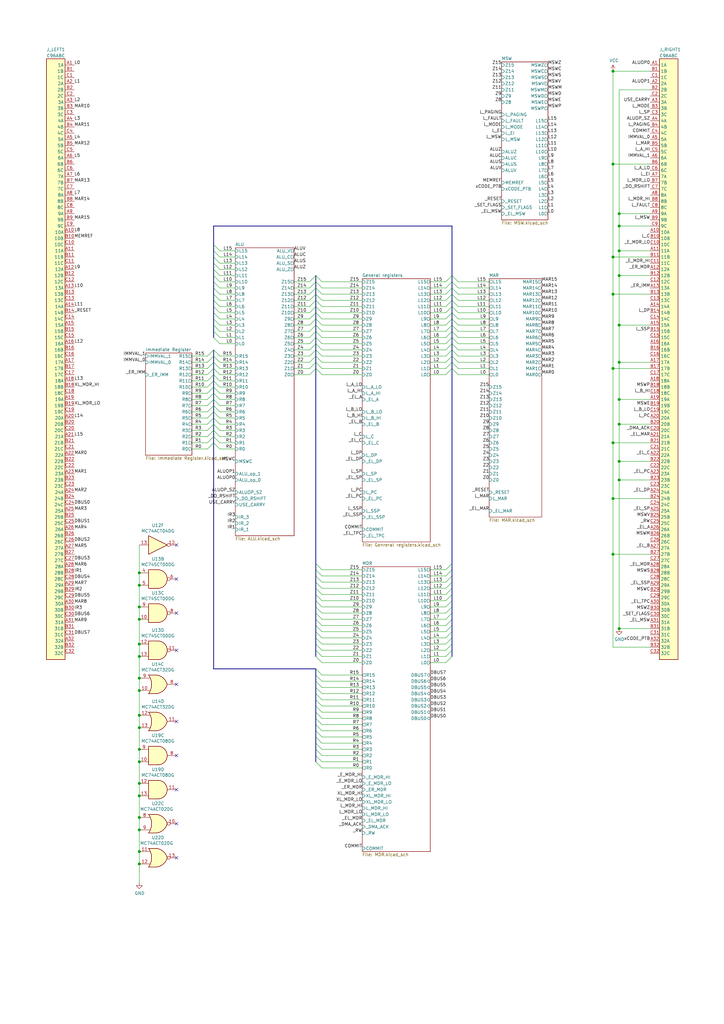
<source format=kicad_sch>
(kicad_sch (version 20200827) (generator eeschema)
  (page 1 7)
  (paper "A3" portrait)
  (title_block (rev "1") (comment 1 "Design for JLCPCB Service"))
  (junction (at 57.15 234.95) (diameter 1.016))
  (junction (at 57.15 240.03) (diameter 1.016))
  (junction (at 57.15 248.92) (diameter 1.016))
  (junction (at 57.15 254) (diameter 1.016))
  (junction (at 57.15 264.16) (diameter 1.016))
  (junction (at 57.15 269.24) (diameter 1.016))
  (junction (at 57.15 278.13) (diameter 1.016))
  (junction (at 57.15 283.21) (diameter 1.016))
  (junction (at 57.15 293.37) (diameter 1.016))
  (junction (at 57.15 298.45) (diameter 1.016))
  (junction (at 57.15 307.34) (diameter 1.016))
  (junction (at 57.15 312.42) (diameter 1.016))
  (junction (at 57.15 321.31) (diameter 1.016))
  (junction (at 57.15 326.39) (diameter 1.016))
  (junction (at 57.15 335.28) (diameter 1.016))
  (junction (at 57.15 340.36) (diameter 1.016))
  (junction (at 57.15 349.25) (diameter 1.016))
  (junction (at 57.15 354.33) (diameter 1.016))
  (junction (at 251.46 29.21) (diameter 1.016))
  (junction (at 251.46 67.31) (diameter 1.016))
  (junction (at 251.46 105.41) (diameter 1.016))
  (junction (at 251.46 120.65) (diameter 1.016))
  (junction (at 251.46 151.13) (diameter 1.016))
  (junction (at 251.46 181.61) (diameter 1.016))
  (junction (at 251.46 204.47) (diameter 1.016))
  (junction (at 251.46 227.33) (diameter 1.016))
  (junction (at 254 87.63) (diameter 1.016))
  (junction (at 254 92.71) (diameter 1.016))
  (junction (at 254 102.87) (diameter 1.016))
  (junction (at 254 113.03) (diameter 1.016))
  (junction (at 254 133.35) (diameter 1.016))
  (junction (at 254 148.59) (diameter 1.016))
  (junction (at 254 163.83) (diameter 1.016))
  (junction (at 254 173.99) (diameter 1.016))
  (junction (at 254 189.23) (diameter 1.016))
  (junction (at 254 196.85) (diameter 1.016))
  (junction (at 254 257.81) (diameter 1.016))
  (no_connect (at 72.39 280.67))
  (no_connect (at 72.39 251.46))
  (no_connect (at 72.39 223.52))
  (no_connect (at 72.39 323.85))
  (no_connect (at 72.39 337.82))
  (no_connect (at 72.39 237.49))
  (no_connect (at 72.39 266.7))
  (no_connect (at 72.39 309.88))
  (no_connect (at 72.39 295.91))
  (no_connect (at 72.39 351.79))
  (bus_entry (at 85.09 146.05) (size 2.54 -2.54) (stroke (width 0.1524)))
  (bus_entry (at 85.09 148.59) (size 2.54 -2.54) (stroke (width 0.1524)))
  (bus_entry (at 85.09 151.13) (size 2.54 -2.54) (stroke (width 0.1524)))
  (bus_entry (at 85.09 153.67) (size 2.54 -2.54) (stroke (width 0.1524)))
  (bus_entry (at 85.09 156.21) (size 2.54 -2.54) (stroke (width 0.1524)))
  (bus_entry (at 85.09 158.75) (size 2.54 -2.54) (stroke (width 0.1524)))
  (bus_entry (at 85.09 161.29) (size 2.54 -2.54) (stroke (width 0.1524)))
  (bus_entry (at 85.09 163.83) (size 2.54 -2.54) (stroke (width 0.1524)))
  (bus_entry (at 85.09 166.37) (size 2.54 -2.54) (stroke (width 0.1524)))
  (bus_entry (at 85.09 168.91) (size 2.54 -2.54) (stroke (width 0.1524)))
  (bus_entry (at 85.09 171.45) (size 2.54 -2.54) (stroke (width 0.1524)))
  (bus_entry (at 85.09 173.99) (size 2.54 -2.54) (stroke (width 0.1524)))
  (bus_entry (at 85.09 176.53) (size 2.54 -2.54) (stroke (width 0.1524)))
  (bus_entry (at 85.09 179.07) (size 2.54 -2.54) (stroke (width 0.1524)))
  (bus_entry (at 85.09 181.61) (size 2.54 -2.54) (stroke (width 0.1524)))
  (bus_entry (at 85.09 184.15) (size 2.54 -2.54) (stroke (width 0.1524)))
  (bus_entry (at 87.63 100.33) (size 2.54 2.54) (stroke (width 0.1524)))
  (bus_entry (at 87.63 102.87) (size 2.54 2.54) (stroke (width 0.1524)))
  (bus_entry (at 87.63 105.41) (size 2.54 2.54) (stroke (width 0.1524)))
  (bus_entry (at 87.63 107.95) (size 2.54 2.54) (stroke (width 0.1524)))
  (bus_entry (at 87.63 110.49) (size 2.54 2.54) (stroke (width 0.1524)))
  (bus_entry (at 87.63 113.03) (size 2.54 2.54) (stroke (width 0.1524)))
  (bus_entry (at 87.63 115.57) (size 2.54 2.54) (stroke (width 0.1524)))
  (bus_entry (at 87.63 118.11) (size 2.54 2.54) (stroke (width 0.1524)))
  (bus_entry (at 87.63 120.65) (size 2.54 2.54) (stroke (width 0.1524)))
  (bus_entry (at 87.63 123.19) (size 2.54 2.54) (stroke (width 0.1524)))
  (bus_entry (at 87.63 125.73) (size 2.54 2.54) (stroke (width 0.1524)))
  (bus_entry (at 87.63 128.27) (size 2.54 2.54) (stroke (width 0.1524)))
  (bus_entry (at 87.63 130.81) (size 2.54 2.54) (stroke (width 0.1524)))
  (bus_entry (at 87.63 133.35) (size 2.54 2.54) (stroke (width 0.1524)))
  (bus_entry (at 87.63 135.89) (size 2.54 2.54) (stroke (width 0.1524)))
  (bus_entry (at 87.63 138.43) (size 2.54 2.54) (stroke (width 0.1524)))
  (bus_entry (at 87.63 143.51) (size 2.54 2.54) (stroke (width 0.1524)))
  (bus_entry (at 87.63 146.05) (size 2.54 2.54) (stroke (width 0.1524)))
  (bus_entry (at 87.63 148.59) (size 2.54 2.54) (stroke (width 0.1524)))
  (bus_entry (at 87.63 151.13) (size 2.54 2.54) (stroke (width 0.1524)))
  (bus_entry (at 87.63 153.67) (size 2.54 2.54) (stroke (width 0.1524)))
  (bus_entry (at 87.63 156.21) (size 2.54 2.54) (stroke (width 0.1524)))
  (bus_entry (at 87.63 158.75) (size 2.54 2.54) (stroke (width 0.1524)))
  (bus_entry (at 87.63 161.29) (size 2.54 2.54) (stroke (width 0.1524)))
  (bus_entry (at 87.63 163.83) (size 2.54 2.54) (stroke (width 0.1524)))
  (bus_entry (at 87.63 166.37) (size 2.54 2.54) (stroke (width 0.1524)))
  (bus_entry (at 87.63 168.91) (size 2.54 2.54) (stroke (width 0.1524)))
  (bus_entry (at 87.63 171.45) (size 2.54 2.54) (stroke (width 0.1524)))
  (bus_entry (at 87.63 173.99) (size 2.54 2.54) (stroke (width 0.1524)))
  (bus_entry (at 87.63 176.53) (size 2.54 2.54) (stroke (width 0.1524)))
  (bus_entry (at 87.63 179.07) (size 2.54 2.54) (stroke (width 0.1524)))
  (bus_entry (at 87.63 181.61) (size 2.54 2.54) (stroke (width 0.1524)))
  (bus_entry (at 127 115.57) (size 2.54 -2.54) (stroke (width 0.1524)))
  (bus_entry (at 127 118.11) (size 2.54 -2.54) (stroke (width 0.1524)))
  (bus_entry (at 127 120.65) (size 2.54 -2.54) (stroke (width 0.1524)))
  (bus_entry (at 127 123.19) (size 2.54 -2.54) (stroke (width 0.1524)))
  (bus_entry (at 127 125.73) (size 2.54 -2.54) (stroke (width 0.1524)))
  (bus_entry (at 127 128.27) (size 2.54 -2.54) (stroke (width 0.1524)))
  (bus_entry (at 127 130.81) (size 2.54 -2.54) (stroke (width 0.1524)))
  (bus_entry (at 127 133.35) (size 2.54 -2.54) (stroke (width 0.1524)))
  (bus_entry (at 127 135.89) (size 2.54 -2.54) (stroke (width 0.1524)))
  (bus_entry (at 127 138.43) (size 2.54 -2.54) (stroke (width 0.1524)))
  (bus_entry (at 127 140.97) (size 2.54 -2.54) (stroke (width 0.1524)))
  (bus_entry (at 127 143.51) (size 2.54 -2.54) (stroke (width 0.1524)))
  (bus_entry (at 127 146.05) (size 2.54 -2.54) (stroke (width 0.1524)))
  (bus_entry (at 127 148.59) (size 2.54 -2.54) (stroke (width 0.1524)))
  (bus_entry (at 127 151.13) (size 2.54 -2.54) (stroke (width 0.1524)))
  (bus_entry (at 127 153.67) (size 2.54 -2.54) (stroke (width 0.1524)))
  (bus_entry (at 129.54 113.03) (size 2.54 2.54) (stroke (width 0.1524)))
  (bus_entry (at 129.54 115.57) (size 2.54 2.54) (stroke (width 0.1524)))
  (bus_entry (at 129.54 118.11) (size 2.54 2.54) (stroke (width 0.1524)))
  (bus_entry (at 129.54 120.65) (size 2.54 2.54) (stroke (width 0.1524)))
  (bus_entry (at 129.54 123.19) (size 2.54 2.54) (stroke (width 0.1524)))
  (bus_entry (at 129.54 125.73) (size 2.54 2.54) (stroke (width 0.1524)))
  (bus_entry (at 129.54 128.27) (size 2.54 2.54) (stroke (width 0.1524)))
  (bus_entry (at 129.54 130.81) (size 2.54 2.54) (stroke (width 0.1524)))
  (bus_entry (at 129.54 133.35) (size 2.54 2.54) (stroke (width 0.1524)))
  (bus_entry (at 129.54 135.89) (size 2.54 2.54) (stroke (width 0.1524)))
  (bus_entry (at 129.54 138.43) (size 2.54 2.54) (stroke (width 0.1524)))
  (bus_entry (at 129.54 140.97) (size 2.54 2.54) (stroke (width 0.1524)))
  (bus_entry (at 129.54 143.51) (size 2.54 2.54) (stroke (width 0.1524)))
  (bus_entry (at 129.54 146.05) (size 2.54 2.54) (stroke (width 0.1524)))
  (bus_entry (at 129.54 148.59) (size 2.54 2.54) (stroke (width 0.1524)))
  (bus_entry (at 129.54 151.13) (size 2.54 2.54) (stroke (width 0.1524)))
  (bus_entry (at 129.54 231.14) (size 2.54 2.54) (stroke (width 0.1524)))
  (bus_entry (at 129.54 233.68) (size 2.54 2.54) (stroke (width 0.1524)))
  (bus_entry (at 129.54 236.22) (size 2.54 2.54) (stroke (width 0.1524)))
  (bus_entry (at 129.54 238.76) (size 2.54 2.54) (stroke (width 0.1524)))
  (bus_entry (at 129.54 241.3) (size 2.54 2.54) (stroke (width 0.1524)))
  (bus_entry (at 129.54 243.84) (size 2.54 2.54) (stroke (width 0.1524)))
  (bus_entry (at 129.54 246.38) (size 2.54 2.54) (stroke (width 0.1524)))
  (bus_entry (at 129.54 248.92) (size 2.54 2.54) (stroke (width 0.1524)))
  (bus_entry (at 129.54 251.46) (size 2.54 2.54) (stroke (width 0.1524)))
  (bus_entry (at 129.54 254) (size 2.54 2.54) (stroke (width 0.1524)))
  (bus_entry (at 129.54 256.54) (size 2.54 2.54) (stroke (width 0.1524)))
  (bus_entry (at 129.54 259.08) (size 2.54 2.54) (stroke (width 0.1524)))
  (bus_entry (at 129.54 261.62) (size 2.54 2.54) (stroke (width 0.1524)))
  (bus_entry (at 129.54 264.16) (size 2.54 2.54) (stroke (width 0.1524)))
  (bus_entry (at 129.54 266.7) (size 2.54 2.54) (stroke (width 0.1524)))
  (bus_entry (at 129.54 269.24) (size 2.54 2.54) (stroke (width 0.1524)))
  (bus_entry (at 129.54 274.32) (size 2.54 2.54) (stroke (width 0.1524)))
  (bus_entry (at 129.54 276.86) (size 2.54 2.54) (stroke (width 0.1524)))
  (bus_entry (at 129.54 279.4) (size 2.54 2.54) (stroke (width 0.1524)))
  (bus_entry (at 129.54 281.94) (size 2.54 2.54) (stroke (width 0.1524)))
  (bus_entry (at 129.54 284.48) (size 2.54 2.54) (stroke (width 0.1524)))
  (bus_entry (at 129.54 287.02) (size 2.54 2.54) (stroke (width 0.1524)))
  (bus_entry (at 129.54 289.56) (size 2.54 2.54) (stroke (width 0.1524)))
  (bus_entry (at 129.54 292.1) (size 2.54 2.54) (stroke (width 0.1524)))
  (bus_entry (at 129.54 294.64) (size 2.54 2.54) (stroke (width 0.1524)))
  (bus_entry (at 129.54 297.18) (size 2.54 2.54) (stroke (width 0.1524)))
  (bus_entry (at 129.54 299.72) (size 2.54 2.54) (stroke (width 0.1524)))
  (bus_entry (at 129.54 302.26) (size 2.54 2.54) (stroke (width 0.1524)))
  (bus_entry (at 129.54 304.8) (size 2.54 2.54) (stroke (width 0.1524)))
  (bus_entry (at 129.54 307.34) (size 2.54 2.54) (stroke (width 0.1524)))
  (bus_entry (at 129.54 309.88) (size 2.54 2.54) (stroke (width 0.1524)))
  (bus_entry (at 129.54 312.42) (size 2.54 2.54) (stroke (width 0.1524)))
  (bus_entry (at 182.88 115.57) (size 2.54 -2.54) (stroke (width 0.1524)))
  (bus_entry (at 182.88 118.11) (size 2.54 -2.54) (stroke (width 0.1524)))
  (bus_entry (at 182.88 120.65) (size 2.54 -2.54) (stroke (width 0.1524)))
  (bus_entry (at 182.88 123.19) (size 2.54 -2.54) (stroke (width 0.1524)))
  (bus_entry (at 182.88 125.73) (size 2.54 -2.54) (stroke (width 0.1524)))
  (bus_entry (at 182.88 128.27) (size 2.54 -2.54) (stroke (width 0.1524)))
  (bus_entry (at 182.88 130.81) (size 2.54 -2.54) (stroke (width 0.1524)))
  (bus_entry (at 182.88 133.35) (size 2.54 -2.54) (stroke (width 0.1524)))
  (bus_entry (at 182.88 135.89) (size 2.54 -2.54) (stroke (width 0.1524)))
  (bus_entry (at 182.88 138.43) (size 2.54 -2.54) (stroke (width 0.1524)))
  (bus_entry (at 182.88 140.97) (size 2.54 -2.54) (stroke (width 0.1524)))
  (bus_entry (at 182.88 143.51) (size 2.54 -2.54) (stroke (width 0.1524)))
  (bus_entry (at 182.88 146.05) (size 2.54 -2.54) (stroke (width 0.1524)))
  (bus_entry (at 182.88 148.59) (size 2.54 -2.54) (stroke (width 0.1524)))
  (bus_entry (at 182.88 151.13) (size 2.54 -2.54) (stroke (width 0.1524)))
  (bus_entry (at 182.88 153.67) (size 2.54 -2.54) (stroke (width 0.1524)))
  (bus_entry (at 182.88 233.68) (size 2.54 -2.54) (stroke (width 0.1524)))
  (bus_entry (at 182.88 236.22) (size 2.54 -2.54) (stroke (width 0.1524)))
  (bus_entry (at 182.88 238.76) (size 2.54 -2.54) (stroke (width 0.1524)))
  (bus_entry (at 182.88 241.3) (size 2.54 -2.54) (stroke (width 0.1524)))
  (bus_entry (at 182.88 243.84) (size 2.54 -2.54) (stroke (width 0.1524)))
  (bus_entry (at 182.88 246.38) (size 2.54 -2.54) (stroke (width 0.1524)))
  (bus_entry (at 182.88 248.92) (size 2.54 -2.54) (stroke (width 0.1524)))
  (bus_entry (at 182.88 251.46) (size 2.54 -2.54) (stroke (width 0.1524)))
  (bus_entry (at 182.88 254) (size 2.54 -2.54) (stroke (width 0.1524)))
  (bus_entry (at 182.88 256.54) (size 2.54 -2.54) (stroke (width 0.1524)))
  (bus_entry (at 182.88 259.08) (size 2.54 -2.54) (stroke (width 0.1524)))
  (bus_entry (at 182.88 261.62) (size 2.54 -2.54) (stroke (width 0.1524)))
  (bus_entry (at 182.88 264.16) (size 2.54 -2.54) (stroke (width 0.1524)))
  (bus_entry (at 182.88 266.7) (size 2.54 -2.54) (stroke (width 0.1524)))
  (bus_entry (at 182.88 269.24) (size 2.54 -2.54) (stroke (width 0.1524)))
  (bus_entry (at 182.88 271.78) (size 2.54 -2.54) (stroke (width 0.1524)))
  (bus_entry (at 185.42 113.03) (size 2.54 2.54) (stroke (width 0.1524)))
  (bus_entry (at 185.42 115.57) (size 2.54 2.54) (stroke (width 0.1524)))
  (bus_entry (at 185.42 118.11) (size 2.54 2.54) (stroke (width 0.1524)))
  (bus_entry (at 185.42 120.65) (size 2.54 2.54) (stroke (width 0.1524)))
  (bus_entry (at 185.42 123.19) (size 2.54 2.54) (stroke (width 0.1524)))
  (bus_entry (at 185.42 125.73) (size 2.54 2.54) (stroke (width 0.1524)))
  (bus_entry (at 185.42 128.27) (size 2.54 2.54) (stroke (width 0.1524)))
  (bus_entry (at 185.42 130.81) (size 2.54 2.54) (stroke (width 0.1524)))
  (bus_entry (at 185.42 133.35) (size 2.54 2.54) (stroke (width 0.1524)))
  (bus_entry (at 185.42 135.89) (size 2.54 2.54) (stroke (width 0.1524)))
  (bus_entry (at 185.42 138.43) (size 2.54 2.54) (stroke (width 0.1524)))
  (bus_entry (at 185.42 140.97) (size 2.54 2.54) (stroke (width 0.1524)))
  (bus_entry (at 185.42 143.51) (size 2.54 2.54) (stroke (width 0.1524)))
  (bus_entry (at 185.42 146.05) (size 2.54 2.54) (stroke (width 0.1524)))
  (bus_entry (at 185.42 148.59) (size 2.54 2.54) (stroke (width 0.1524)))
  (bus_entry (at 185.42 151.13) (size 2.54 2.54) (stroke (width 0.1524)))
  (wire (pts (xy 57.15 223.52) (xy 57.15 234.95)))
  (wire (pts (xy 57.15 234.95) (xy 57.15 240.03)))
  (wire (pts (xy 57.15 240.03) (xy 57.15 248.92)))
  (wire (pts (xy 57.15 248.92) (xy 57.15 254)))
  (wire (pts (xy 57.15 254) (xy 57.15 264.16)))
  (wire (pts (xy 57.15 264.16) (xy 57.15 269.24)))
  (wire (pts (xy 57.15 269.24) (xy 57.15 278.13)))
  (wire (pts (xy 57.15 278.13) (xy 57.15 283.21)))
  (wire (pts (xy 57.15 283.21) (xy 57.15 293.37)))
  (wire (pts (xy 57.15 293.37) (xy 57.15 298.45)))
  (wire (pts (xy 57.15 298.45) (xy 57.15 307.34)))
  (wire (pts (xy 57.15 307.34) (xy 57.15 312.42)))
  (wire (pts (xy 57.15 312.42) (xy 57.15 321.31)))
  (wire (pts (xy 57.15 321.31) (xy 57.15 326.39)))
  (wire (pts (xy 57.15 326.39) (xy 57.15 335.28)))
  (wire (pts (xy 57.15 335.28) (xy 57.15 340.36)))
  (wire (pts (xy 57.15 340.36) (xy 57.15 349.25)))
  (wire (pts (xy 57.15 349.25) (xy 57.15 354.33)))
  (wire (pts (xy 57.15 354.33) (xy 57.15 361.95)))
  (wire (pts (xy 78.74 146.05) (xy 85.09 146.05)))
  (wire (pts (xy 78.74 148.59) (xy 85.09 148.59)))
  (wire (pts (xy 78.74 151.13) (xy 85.09 151.13)))
  (wire (pts (xy 78.74 153.67) (xy 85.09 153.67)))
  (wire (pts (xy 78.74 156.21) (xy 85.09 156.21)))
  (wire (pts (xy 78.74 158.75) (xy 85.09 158.75)))
  (wire (pts (xy 78.74 161.29) (xy 85.09 161.29)))
  (wire (pts (xy 78.74 163.83) (xy 85.09 163.83)))
  (wire (pts (xy 78.74 166.37) (xy 85.09 166.37)))
  (wire (pts (xy 78.74 168.91) (xy 85.09 168.91)))
  (wire (pts (xy 78.74 171.45) (xy 85.09 171.45)))
  (wire (pts (xy 78.74 173.99) (xy 85.09 173.99)))
  (wire (pts (xy 78.74 176.53) (xy 85.09 176.53)))
  (wire (pts (xy 78.74 179.07) (xy 85.09 179.07)))
  (wire (pts (xy 78.74 181.61) (xy 85.09 181.61)))
  (wire (pts (xy 78.74 184.15) (xy 85.09 184.15)))
  (wire (pts (xy 90.17 102.87) (xy 96.52 102.87)))
  (wire (pts (xy 90.17 105.41) (xy 96.52 105.41)))
  (wire (pts (xy 90.17 107.95) (xy 96.52 107.95)))
  (wire (pts (xy 90.17 110.49) (xy 96.52 110.49)))
  (wire (pts (xy 90.17 113.03) (xy 96.52 113.03)))
  (wire (pts (xy 90.17 115.57) (xy 96.52 115.57)))
  (wire (pts (xy 90.17 118.11) (xy 96.52 118.11)))
  (wire (pts (xy 90.17 120.65) (xy 96.52 120.65)))
  (wire (pts (xy 90.17 123.19) (xy 96.52 123.19)))
  (wire (pts (xy 90.17 125.73) (xy 96.52 125.73)))
  (wire (pts (xy 90.17 128.27) (xy 96.52 128.27)))
  (wire (pts (xy 90.17 130.81) (xy 96.52 130.81)))
  (wire (pts (xy 90.17 133.35) (xy 96.52 133.35)))
  (wire (pts (xy 90.17 135.89) (xy 96.52 135.89)))
  (wire (pts (xy 90.17 138.43) (xy 96.52 138.43)))
  (wire (pts (xy 90.17 140.97) (xy 96.52 140.97)))
  (wire (pts (xy 90.17 146.05) (xy 96.52 146.05)))
  (wire (pts (xy 90.17 148.59) (xy 96.52 148.59)))
  (wire (pts (xy 90.17 151.13) (xy 96.52 151.13)))
  (wire (pts (xy 90.17 153.67) (xy 96.52 153.67)))
  (wire (pts (xy 90.17 156.21) (xy 96.52 156.21)))
  (wire (pts (xy 90.17 158.75) (xy 96.52 158.75)))
  (wire (pts (xy 90.17 161.29) (xy 96.52 161.29)))
  (wire (pts (xy 90.17 163.83) (xy 96.52 163.83)))
  (wire (pts (xy 90.17 166.37) (xy 96.52 166.37)))
  (wire (pts (xy 90.17 168.91) (xy 96.52 168.91)))
  (wire (pts (xy 90.17 171.45) (xy 96.52 171.45)))
  (wire (pts (xy 90.17 173.99) (xy 96.52 173.99)))
  (wire (pts (xy 90.17 176.53) (xy 96.52 176.53)))
  (wire (pts (xy 90.17 179.07) (xy 96.52 179.07)))
  (wire (pts (xy 90.17 181.61) (xy 96.52 181.61)))
  (wire (pts (xy 90.17 184.15) (xy 96.52 184.15)))
  (wire (pts (xy 120.65 115.57) (xy 127 115.57)))
  (wire (pts (xy 120.65 118.11) (xy 127 118.11)))
  (wire (pts (xy 120.65 120.65) (xy 127 120.65)))
  (wire (pts (xy 120.65 123.19) (xy 127 123.19)))
  (wire (pts (xy 120.65 125.73) (xy 127 125.73)))
  (wire (pts (xy 120.65 128.27) (xy 127 128.27)))
  (wire (pts (xy 120.65 130.81) (xy 127 130.81)))
  (wire (pts (xy 120.65 133.35) (xy 127 133.35)))
  (wire (pts (xy 120.65 135.89) (xy 127 135.89)))
  (wire (pts (xy 120.65 138.43) (xy 127 138.43)))
  (wire (pts (xy 120.65 140.97) (xy 127 140.97)))
  (wire (pts (xy 120.65 143.51) (xy 127 143.51)))
  (wire (pts (xy 120.65 146.05) (xy 127 146.05)))
  (wire (pts (xy 120.65 148.59) (xy 127 148.59)))
  (wire (pts (xy 120.65 151.13) (xy 127 151.13)))
  (wire (pts (xy 120.65 153.67) (xy 127 153.67)))
  (wire (pts (xy 132.08 115.57) (xy 148.59 115.57)))
  (wire (pts (xy 132.08 118.11) (xy 148.59 118.11)))
  (wire (pts (xy 132.08 120.65) (xy 148.59 120.65)))
  (wire (pts (xy 132.08 123.19) (xy 148.59 123.19)))
  (wire (pts (xy 132.08 125.73) (xy 148.59 125.73)))
  (wire (pts (xy 132.08 128.27) (xy 148.59 128.27)))
  (wire (pts (xy 132.08 130.81) (xy 148.59 130.81)))
  (wire (pts (xy 132.08 133.35) (xy 148.59 133.35)))
  (wire (pts (xy 132.08 135.89) (xy 148.59 135.89)))
  (wire (pts (xy 132.08 138.43) (xy 148.59 138.43)))
  (wire (pts (xy 132.08 140.97) (xy 148.59 140.97)))
  (wire (pts (xy 132.08 143.51) (xy 148.59 143.51)))
  (wire (pts (xy 132.08 146.05) (xy 148.59 146.05)))
  (wire (pts (xy 132.08 148.59) (xy 148.59 148.59)))
  (wire (pts (xy 132.08 151.13) (xy 148.59 151.13)))
  (wire (pts (xy 132.08 153.67) (xy 148.59 153.67)))
  (wire (pts (xy 132.08 233.68) (xy 148.59 233.68)))
  (wire (pts (xy 132.08 236.22) (xy 148.59 236.22)))
  (wire (pts (xy 132.08 238.76) (xy 148.59 238.76)))
  (wire (pts (xy 132.08 241.3) (xy 148.59 241.3)))
  (wire (pts (xy 132.08 243.84) (xy 148.59 243.84)))
  (wire (pts (xy 132.08 246.38) (xy 148.59 246.38)))
  (wire (pts (xy 132.08 248.92) (xy 148.59 248.92)))
  (wire (pts (xy 132.08 251.46) (xy 148.59 251.46)))
  (wire (pts (xy 132.08 254) (xy 148.59 254)))
  (wire (pts (xy 132.08 256.54) (xy 148.59 256.54)))
  (wire (pts (xy 132.08 259.08) (xy 148.59 259.08)))
  (wire (pts (xy 132.08 261.62) (xy 148.59 261.62)))
  (wire (pts (xy 132.08 264.16) (xy 148.59 264.16)))
  (wire (pts (xy 132.08 266.7) (xy 148.59 266.7)))
  (wire (pts (xy 132.08 269.24) (xy 148.59 269.24)))
  (wire (pts (xy 132.08 271.78) (xy 148.59 271.78)))
  (wire (pts (xy 132.08 276.86) (xy 148.59 276.86)))
  (wire (pts (xy 132.08 279.4) (xy 148.59 279.4)))
  (wire (pts (xy 132.08 281.94) (xy 148.59 281.94)))
  (wire (pts (xy 132.08 284.48) (xy 148.59 284.48)))
  (wire (pts (xy 132.08 287.02) (xy 148.59 287.02)))
  (wire (pts (xy 132.08 289.56) (xy 148.59 289.56)))
  (wire (pts (xy 132.08 292.1) (xy 148.59 292.1)))
  (wire (pts (xy 132.08 294.64) (xy 148.59 294.64)))
  (wire (pts (xy 132.08 297.18) (xy 148.59 297.18)))
  (wire (pts (xy 132.08 299.72) (xy 148.59 299.72)))
  (wire (pts (xy 132.08 302.26) (xy 148.59 302.26)))
  (wire (pts (xy 132.08 304.8) (xy 148.59 304.8)))
  (wire (pts (xy 132.08 307.34) (xy 148.59 307.34)))
  (wire (pts (xy 132.08 309.88) (xy 148.59 309.88)))
  (wire (pts (xy 132.08 312.42) (xy 148.59 312.42)))
  (wire (pts (xy 132.08 314.96) (xy 148.59 314.96)))
  (wire (pts (xy 176.53 115.57) (xy 182.88 115.57)))
  (wire (pts (xy 176.53 118.11) (xy 182.88 118.11)))
  (wire (pts (xy 176.53 120.65) (xy 182.88 120.65)))
  (wire (pts (xy 176.53 123.19) (xy 182.88 123.19)))
  (wire (pts (xy 176.53 125.73) (xy 182.88 125.73)))
  (wire (pts (xy 176.53 128.27) (xy 182.88 128.27)))
  (wire (pts (xy 176.53 130.81) (xy 182.88 130.81)))
  (wire (pts (xy 176.53 133.35) (xy 182.88 133.35)))
  (wire (pts (xy 176.53 135.89) (xy 182.88 135.89)))
  (wire (pts (xy 176.53 138.43) (xy 182.88 138.43)))
  (wire (pts (xy 176.53 140.97) (xy 182.88 140.97)))
  (wire (pts (xy 176.53 143.51) (xy 182.88 143.51)))
  (wire (pts (xy 176.53 146.05) (xy 182.88 146.05)))
  (wire (pts (xy 176.53 148.59) (xy 182.88 148.59)))
  (wire (pts (xy 176.53 151.13) (xy 182.88 151.13)))
  (wire (pts (xy 176.53 153.67) (xy 182.88 153.67)))
  (wire (pts (xy 176.53 233.68) (xy 182.88 233.68)))
  (wire (pts (xy 176.53 236.22) (xy 182.88 236.22)))
  (wire (pts (xy 176.53 238.76) (xy 182.88 238.76)))
  (wire (pts (xy 176.53 241.3) (xy 182.88 241.3)))
  (wire (pts (xy 176.53 243.84) (xy 182.88 243.84)))
  (wire (pts (xy 176.53 246.38) (xy 182.88 246.38)))
  (wire (pts (xy 176.53 248.92) (xy 182.88 248.92)))
  (wire (pts (xy 176.53 251.46) (xy 182.88 251.46)))
  (wire (pts (xy 176.53 254) (xy 182.88 254)))
  (wire (pts (xy 176.53 256.54) (xy 182.88 256.54)))
  (wire (pts (xy 176.53 259.08) (xy 182.88 259.08)))
  (wire (pts (xy 176.53 261.62) (xy 182.88 261.62)))
  (wire (pts (xy 176.53 264.16) (xy 182.88 264.16)))
  (wire (pts (xy 176.53 266.7) (xy 182.88 266.7)))
  (wire (pts (xy 176.53 269.24) (xy 182.88 269.24)))
  (wire (pts (xy 176.53 271.78) (xy 182.88 271.78)))
  (wire (pts (xy 187.96 115.57) (xy 200.66 115.57)))
  (wire (pts (xy 187.96 118.11) (xy 200.66 118.11)))
  (wire (pts (xy 187.96 120.65) (xy 200.66 120.65)))
  (wire (pts (xy 187.96 123.19) (xy 200.66 123.19)))
  (wire (pts (xy 187.96 125.73) (xy 200.66 125.73)))
  (wire (pts (xy 187.96 128.27) (xy 200.66 128.27)))
  (wire (pts (xy 187.96 130.81) (xy 200.66 130.81)))
  (wire (pts (xy 187.96 133.35) (xy 200.66 133.35)))
  (wire (pts (xy 187.96 135.89) (xy 200.66 135.89)))
  (wire (pts (xy 187.96 138.43) (xy 200.66 138.43)))
  (wire (pts (xy 187.96 140.97) (xy 200.66 140.97)))
  (wire (pts (xy 187.96 143.51) (xy 200.66 143.51)))
  (wire (pts (xy 187.96 146.05) (xy 200.66 146.05)))
  (wire (pts (xy 187.96 148.59) (xy 200.66 148.59)))
  (wire (pts (xy 187.96 151.13) (xy 200.66 151.13)))
  (wire (pts (xy 187.96 153.67) (xy 200.66 153.67)))
  (wire (pts (xy 251.46 29.21) (xy 251.46 67.31)))
  (wire (pts (xy 251.46 67.31) (xy 251.46 105.41)))
  (wire (pts (xy 251.46 67.31) (xy 266.7 67.31)))
  (wire (pts (xy 251.46 105.41) (xy 251.46 120.65)))
  (wire (pts (xy 251.46 105.41) (xy 266.7 105.41)))
  (wire (pts (xy 251.46 120.65) (xy 251.46 151.13)))
  (wire (pts (xy 251.46 120.65) (xy 266.7 120.65)))
  (wire (pts (xy 251.46 151.13) (xy 251.46 181.61)))
  (wire (pts (xy 251.46 151.13) (xy 266.7 151.13)))
  (wire (pts (xy 251.46 181.61) (xy 251.46 204.47)))
  (wire (pts (xy 251.46 181.61) (xy 266.7 181.61)))
  (wire (pts (xy 251.46 204.47) (xy 251.46 227.33)))
  (wire (pts (xy 251.46 204.47) (xy 266.7 204.47)))
  (wire (pts (xy 251.46 227.33) (xy 251.46 265.43)))
  (wire (pts (xy 251.46 227.33) (xy 266.7 227.33)))
  (wire (pts (xy 251.46 265.43) (xy 266.7 265.43)))
  (wire (pts (xy 254 36.83) (xy 254 87.63)))
  (wire (pts (xy 254 87.63) (xy 266.7 87.63)))
  (wire (pts (xy 254 92.71) (xy 254 87.63)))
  (wire (pts (xy 254 92.71) (xy 254 102.87)))
  (wire (pts (xy 254 102.87) (xy 266.7 102.87)))
  (wire (pts (xy 254 113.03) (xy 254 102.87)))
  (wire (pts (xy 254 133.35) (xy 254 113.03)))
  (wire (pts (xy 254 148.59) (xy 254 133.35)))
  (wire (pts (xy 254 163.83) (xy 254 148.59)))
  (wire (pts (xy 254 173.99) (xy 254 163.83)))
  (wire (pts (xy 254 189.23) (xy 254 173.99)))
  (wire (pts (xy 254 196.85) (xy 254 189.23)))
  (wire (pts (xy 254 257.81) (xy 254 196.85)))
  (wire (pts (xy 266.7 29.21) (xy 251.46 29.21)))
  (wire (pts (xy 266.7 36.83) (xy 254 36.83)))
  (wire (pts (xy 266.7 92.71) (xy 254 92.71)))
  (wire (pts (xy 266.7 113.03) (xy 254 113.03)))
  (wire (pts (xy 266.7 133.35) (xy 254 133.35)))
  (wire (pts (xy 266.7 148.59) (xy 254 148.59)))
  (wire (pts (xy 266.7 163.83) (xy 254 163.83)))
  (wire (pts (xy 266.7 173.99) (xy 254 173.99)))
  (wire (pts (xy 266.7 189.23) (xy 254 189.23)))
  (wire (pts (xy 266.7 196.85) (xy 254 196.85)))
  (wire (pts (xy 266.7 257.81) (xy 254 257.81)))
  (bus (pts (xy 87.63 92.71) (xy 87.63 100.33)))
  (bus (pts (xy 87.63 92.71) (xy 185.42 92.71)))
  (bus (pts (xy 87.63 100.33) (xy 87.63 102.87)))
  (bus (pts (xy 87.63 102.87) (xy 87.63 105.41)))
  (bus (pts (xy 87.63 105.41) (xy 87.63 107.95)))
  (bus (pts (xy 87.63 107.95) (xy 87.63 110.49)))
  (bus (pts (xy 87.63 110.49) (xy 87.63 113.03)))
  (bus (pts (xy 87.63 113.03) (xy 87.63 115.57)))
  (bus (pts (xy 87.63 115.57) (xy 87.63 118.11)))
  (bus (pts (xy 87.63 118.11) (xy 87.63 120.65)))
  (bus (pts (xy 87.63 120.65) (xy 87.63 123.19)))
  (bus (pts (xy 87.63 123.19) (xy 87.63 125.73)))
  (bus (pts (xy 87.63 125.73) (xy 87.63 128.27)))
  (bus (pts (xy 87.63 128.27) (xy 87.63 130.81)))
  (bus (pts (xy 87.63 130.81) (xy 87.63 133.35)))
  (bus (pts (xy 87.63 133.35) (xy 87.63 135.89)))
  (bus (pts (xy 87.63 135.89) (xy 87.63 138.43)))
  (bus (pts (xy 87.63 143.51) (xy 87.63 146.05)))
  (bus (pts (xy 87.63 146.05) (xy 87.63 148.59)))
  (bus (pts (xy 87.63 148.59) (xy 87.63 151.13)))
  (bus (pts (xy 87.63 151.13) (xy 87.63 153.67)))
  (bus (pts (xy 87.63 153.67) (xy 87.63 156.21)))
  (bus (pts (xy 87.63 156.21) (xy 87.63 158.75)))
  (bus (pts (xy 87.63 158.75) (xy 87.63 161.29)))
  (bus (pts (xy 87.63 161.29) (xy 87.63 163.83)))
  (bus (pts (xy 87.63 163.83) (xy 87.63 166.37)))
  (bus (pts (xy 87.63 166.37) (xy 87.63 168.91)))
  (bus (pts (xy 87.63 168.91) (xy 87.63 171.45)))
  (bus (pts (xy 87.63 171.45) (xy 87.63 173.99)))
  (bus (pts (xy 87.63 173.99) (xy 87.63 176.53)))
  (bus (pts (xy 87.63 176.53) (xy 87.63 179.07)))
  (bus (pts (xy 87.63 179.07) (xy 87.63 181.61)))
  (bus (pts (xy 87.63 181.61) (xy 87.63 274.32)))
  (bus (pts (xy 129.54 113.03) (xy 129.54 115.57)))
  (bus (pts (xy 129.54 115.57) (xy 129.54 118.11)))
  (bus (pts (xy 129.54 118.11) (xy 129.54 120.65)))
  (bus (pts (xy 129.54 120.65) (xy 129.54 123.19)))
  (bus (pts (xy 129.54 123.19) (xy 129.54 125.73)))
  (bus (pts (xy 129.54 125.73) (xy 129.54 128.27)))
  (bus (pts (xy 129.54 128.27) (xy 129.54 130.81)))
  (bus (pts (xy 129.54 130.81) (xy 129.54 133.35)))
  (bus (pts (xy 129.54 133.35) (xy 129.54 135.89)))
  (bus (pts (xy 129.54 135.89) (xy 129.54 138.43)))
  (bus (pts (xy 129.54 138.43) (xy 129.54 140.97)))
  (bus (pts (xy 129.54 140.97) (xy 129.54 143.51)))
  (bus (pts (xy 129.54 143.51) (xy 129.54 146.05)))
  (bus (pts (xy 129.54 146.05) (xy 129.54 148.59)))
  (bus (pts (xy 129.54 148.59) (xy 129.54 151.13)))
  (bus (pts (xy 129.54 151.13) (xy 129.54 231.14)))
  (bus (pts (xy 129.54 231.14) (xy 129.54 233.68)))
  (bus (pts (xy 129.54 233.68) (xy 129.54 236.22)))
  (bus (pts (xy 129.54 236.22) (xy 129.54 238.76)))
  (bus (pts (xy 129.54 238.76) (xy 129.54 241.3)))
  (bus (pts (xy 129.54 241.3) (xy 129.54 243.84)))
  (bus (pts (xy 129.54 243.84) (xy 129.54 246.38)))
  (bus (pts (xy 129.54 246.38) (xy 129.54 248.92)))
  (bus (pts (xy 129.54 248.92) (xy 129.54 251.46)))
  (bus (pts (xy 129.54 251.46) (xy 129.54 254)))
  (bus (pts (xy 129.54 254) (xy 129.54 256.54)))
  (bus (pts (xy 129.54 256.54) (xy 129.54 259.08)))
  (bus (pts (xy 129.54 259.08) (xy 129.54 261.62)))
  (bus (pts (xy 129.54 261.62) (xy 129.54 264.16)))
  (bus (pts (xy 129.54 264.16) (xy 129.54 266.7)))
  (bus (pts (xy 129.54 266.7) (xy 129.54 269.24)))
  (bus (pts (xy 129.54 274.32) (xy 87.63 274.32)))
  (bus (pts (xy 129.54 274.32) (xy 129.54 276.86)))
  (bus (pts (xy 129.54 276.86) (xy 129.54 279.4)))
  (bus (pts (xy 129.54 279.4) (xy 129.54 281.94)))
  (bus (pts (xy 129.54 281.94) (xy 129.54 284.48)))
  (bus (pts (xy 129.54 284.48) (xy 129.54 287.02)))
  (bus (pts (xy 129.54 287.02) (xy 129.54 289.56)))
  (bus (pts (xy 129.54 289.56) (xy 129.54 292.1)))
  (bus (pts (xy 129.54 292.1) (xy 129.54 294.64)))
  (bus (pts (xy 129.54 294.64) (xy 129.54 297.18)))
  (bus (pts (xy 129.54 297.18) (xy 129.54 299.72)))
  (bus (pts (xy 129.54 299.72) (xy 129.54 302.26)))
  (bus (pts (xy 129.54 302.26) (xy 129.54 304.8)))
  (bus (pts (xy 129.54 304.8) (xy 129.54 307.34)))
  (bus (pts (xy 129.54 307.34) (xy 129.54 309.88)))
  (bus (pts (xy 129.54 309.88) (xy 129.54 312.42)))
  (bus (pts (xy 185.42 92.71) (xy 185.42 113.03)))
  (bus (pts (xy 185.42 113.03) (xy 185.42 115.57)))
  (bus (pts (xy 185.42 115.57) (xy 185.42 118.11)))
  (bus (pts (xy 185.42 118.11) (xy 185.42 120.65)))
  (bus (pts (xy 185.42 120.65) (xy 185.42 123.19)))
  (bus (pts (xy 185.42 123.19) (xy 185.42 125.73)))
  (bus (pts (xy 185.42 125.73) (xy 185.42 128.27)))
  (bus (pts (xy 185.42 128.27) (xy 185.42 130.81)))
  (bus (pts (xy 185.42 130.81) (xy 185.42 133.35)))
  (bus (pts (xy 185.42 133.35) (xy 185.42 135.89)))
  (bus (pts (xy 185.42 135.89) (xy 185.42 138.43)))
  (bus (pts (xy 185.42 138.43) (xy 185.42 140.97)))
  (bus (pts (xy 185.42 140.97) (xy 185.42 143.51)))
  (bus (pts (xy 185.42 143.51) (xy 185.42 146.05)))
  (bus (pts (xy 185.42 146.05) (xy 185.42 148.59)))
  (bus (pts (xy 185.42 148.59) (xy 185.42 151.13)))
  (bus (pts (xy 185.42 151.13) (xy 185.42 231.14)))
  (bus (pts (xy 185.42 231.14) (xy 185.42 233.68)))
  (bus (pts (xy 185.42 233.68) (xy 185.42 236.22)))
  (bus (pts (xy 185.42 236.22) (xy 185.42 238.76)))
  (bus (pts (xy 185.42 238.76) (xy 185.42 241.3)))
  (bus (pts (xy 185.42 241.3) (xy 185.42 243.84)))
  (bus (pts (xy 185.42 243.84) (xy 185.42 246.38)))
  (bus (pts (xy 185.42 246.38) (xy 185.42 248.92)))
  (bus (pts (xy 185.42 248.92) (xy 185.42 251.46)))
  (bus (pts (xy 185.42 251.46) (xy 185.42 254)))
  (bus (pts (xy 185.42 254) (xy 185.42 256.54)))
  (bus (pts (xy 185.42 256.54) (xy 185.42 259.08)))
  (bus (pts (xy 185.42 259.08) (xy 185.42 261.62)))
  (bus (pts (xy 185.42 261.62) (xy 185.42 264.16)))
  (bus (pts (xy 185.42 264.16) (xy 185.42 266.7)))
  (bus (pts (xy 185.42 266.7) (xy 185.42 269.24)))
  (label "L0" (at 30.48 26.67 0))
  (label "L1" (at 30.48 34.29 0))
  (label "L2" (at 30.48 41.91 0))
  (label "MAR10" (at 30.48 44.45 0))
  (label "L3" (at 30.48 49.53 0))
  (label "MAR11" (at 30.48 52.07 0))
  (label "L4" (at 30.48 57.15 0))
  (label "MAR12" (at 30.48 59.69 0))
  (label "L5" (at 30.48 64.77 0))
  (label "L6" (at 30.48 72.39 0))
  (label "MAR13" (at 30.48 74.93 0))
  (label "L7" (at 30.48 80.01 0))
  (label "MAR14" (at 30.48 82.55 0))
  (label "MAR15" (at 30.48 90.17 0))
  (label "L8" (at 30.48 95.25 0))
  (label "MEMREF" (at 30.48 97.79 0))
  (label "L9" (at 30.48 110.49 0))
  (label "L10" (at 30.48 118.11 0))
  (label "L11" (at 30.48 125.73 0))
  (label "_RESET" (at 30.48 128.27 0))
  (label "L12" (at 30.48 140.97 0))
  (label "L13" (at 30.48 156.21 0))
  (label "XL_MDR_HI" (at 30.48 158.75 0))
  (label "XL_MDR_LO" (at 30.48 166.37 0))
  (label "L14" (at 30.48 171.45 0))
  (label "L15" (at 30.48 179.07 0))
  (label "MAR0" (at 30.48 186.69 0))
  (label "MAR1" (at 30.48 194.31 0))
  (label "MAR2" (at 30.48 201.93 0))
  (label "DBUS0" (at 30.48 207.01 0))
  (label "MAR3" (at 30.48 209.55 0))
  (label "DBUS1" (at 30.48 214.63 0))
  (label "MAR4" (at 30.48 217.17 0))
  (label "DBUS2" (at 30.48 222.25 0))
  (label "MAR5" (at 30.48 224.79 0))
  (label "DBUS3" (at 30.48 229.87 0))
  (label "MAR6" (at 30.48 232.41 0))
  (label "IR1" (at 30.48 234.95 0))
  (label "DBUS4" (at 30.48 237.49 0))
  (label "MAR7" (at 30.48 240.03 0))
  (label "IR2" (at 30.48 242.57 0))
  (label "DBUS5" (at 30.48 245.11 0))
  (label "MAR8" (at 30.48 247.65 0))
  (label "IR3" (at 30.48 250.19 0))
  (label "DBUS6" (at 30.48 252.73 0))
  (label "MAR9" (at 30.48 255.27 0))
  (label "DBUS7" (at 30.48 260.35 0))
  (label "IMMVAL_1" (at 59.69 146.05 180))
  (label "IMMVAL_0" (at 59.69 148.59 180))
  (label "_ER_IMM" (at 59.69 153.67 180))
  (label "R15" (at 80.01 146.05 0))
  (label "R14" (at 80.01 148.59 0))
  (label "R13" (at 80.01 151.13 0))
  (label "R12" (at 80.01 153.67 0))
  (label "R11" (at 80.01 156.21 0))
  (label "R10" (at 80.01 158.75 0))
  (label "R9" (at 80.01 161.29 0))
  (label "R8" (at 80.01 163.83 0))
  (label "R7" (at 80.01 166.37 0))
  (label "R6" (at 80.01 168.91 0))
  (label "R5" (at 80.01 171.45 0))
  (label "R4" (at 80.01 173.99 0))
  (label "R3" (at 80.01 176.53 0))
  (label "R2" (at 80.01 179.07 0))
  (label "R1" (at 80.01 181.61 0))
  (label "R0" (at 80.01 184.15 0))
  (label "L15" (at 95.25 102.87 180))
  (label "L14" (at 95.25 105.41 180))
  (label "L13" (at 95.25 107.95 180))
  (label "L12" (at 95.25 110.49 180))
  (label "L11" (at 95.25 113.03 180))
  (label "L10" (at 95.25 115.57 180))
  (label "L9" (at 95.25 118.11 180))
  (label "L8" (at 95.25 120.65 180))
  (label "L7" (at 95.25 123.19 180))
  (label "L6" (at 95.25 125.73 180))
  (label "L5" (at 95.25 128.27 180))
  (label "L4" (at 95.25 130.81 180))
  (label "L3" (at 95.25 133.35 180))
  (label "L2" (at 95.25 135.89 180))
  (label "L1" (at 95.25 138.43 180))
  (label "L0" (at 95.25 140.97 180))
  (label "R15" (at 95.25 146.05 180))
  (label "R14" (at 95.25 148.59 180))
  (label "R13" (at 95.25 151.13 180))
  (label "R12" (at 95.25 153.67 180))
  (label "R11" (at 95.25 156.21 180))
  (label "R10" (at 95.25 158.75 180))
  (label "R9" (at 95.25 161.29 180))
  (label "R8" (at 95.25 163.83 180))
  (label "R7" (at 95.25 166.37 180))
  (label "R6" (at 95.25 168.91 180))
  (label "R5" (at 95.25 171.45 180))
  (label "R4" (at 95.25 173.99 180))
  (label "R3" (at 95.25 176.53 180))
  (label "R2" (at 95.25 179.07 180))
  (label "R1" (at 95.25 181.61 180))
  (label "R0" (at 95.25 184.15 180))
  (label "MSWC" (at 96.52 189.23 180))
  (label "ALUOP1" (at 96.52 194.31 180))
  (label "ALUOP0" (at 96.52 196.85 180))
  (label "ALUOP_SZ" (at 96.52 201.93 180))
  (label "_DO_RSHIFT" (at 96.52 204.47 180))
  (label "USE_CARRY" (at 96.52 207.01 180))
  (label "IR3" (at 96.52 212.09 180))
  (label "IR2" (at 96.52 214.63 180))
  (label "IR1" (at 96.52 217.17 180))
  (label "ALUV" (at 120.65 102.87 0))
  (label "ALUC" (at 120.65 105.41 0))
  (label "ALUS" (at 120.65 107.95 0))
  (label "ALUZ" (at 120.65 110.49 0))
  (label "Z15" (at 121.92 115.57 0))
  (label "Z14" (at 121.92 118.11 0))
  (label "Z13" (at 121.92 120.65 0))
  (label "Z12" (at 121.92 123.19 0))
  (label "Z11" (at 121.92 125.73 0))
  (label "Z10" (at 121.92 128.27 0))
  (label "Z9" (at 121.92 130.81 0))
  (label "Z8" (at 121.92 133.35 0))
  (label "Z7" (at 121.92 135.89 0))
  (label "Z6" (at 121.92 138.43 0))
  (label "Z5" (at 121.92 140.97 0))
  (label "Z4" (at 121.92 143.51 0))
  (label "Z3" (at 121.92 146.05 0))
  (label "Z2" (at 121.92 148.59 0))
  (label "Z1" (at 121.92 151.13 0))
  (label "Z0" (at 121.92 153.67 0))
  (label "Z15" (at 147.32 115.57 180))
  (label "Z14" (at 147.32 118.11 180))
  (label "Z13" (at 147.32 120.65 180))
  (label "Z12" (at 147.32 123.19 180))
  (label "Z11" (at 147.32 125.73 180))
  (label "Z10" (at 147.32 128.27 180))
  (label "Z9" (at 147.32 130.81 180))
  (label "Z8" (at 147.32 133.35 180))
  (label "Z7" (at 147.32 135.89 180))
  (label "Z6" (at 147.32 138.43 180))
  (label "Z5" (at 147.32 140.97 180))
  (label "Z4" (at 147.32 143.51 180))
  (label "Z3" (at 147.32 146.05 180))
  (label "Z2" (at 147.32 148.59 180))
  (label "Z1" (at 147.32 151.13 180))
  (label "Z0" (at 147.32 153.67 180))
  (label "Z15" (at 147.32 233.68 180))
  (label "Z14" (at 147.32 236.22 180))
  (label "Z13" (at 147.32 238.76 180))
  (label "Z12" (at 147.32 241.3 180))
  (label "Z11" (at 147.32 243.84 180))
  (label "Z10" (at 147.32 246.38 180))
  (label "Z9" (at 147.32 248.92 180))
  (label "Z8" (at 147.32 251.46 180))
  (label "Z7" (at 147.32 254 180))
  (label "Z6" (at 147.32 256.54 180))
  (label "Z5" (at 147.32 259.08 180))
  (label "Z4" (at 147.32 261.62 180))
  (label "Z3" (at 147.32 264.16 180))
  (label "Z2" (at 147.32 266.7 180))
  (label "Z1" (at 147.32 269.24 180))
  (label "Z0" (at 147.32 271.78 180))
  (label "R15" (at 147.32 276.86 180))
  (label "R14" (at 147.32 279.4 180))
  (label "R13" (at 147.32 281.94 180))
  (label "R12" (at 147.32 284.48 180))
  (label "R11" (at 147.32 287.02 180))
  (label "R10" (at 147.32 289.56 180))
  (label "R9" (at 147.32 292.1 180))
  (label "R8" (at 147.32 294.64 180))
  (label "R7" (at 147.32 297.18 180))
  (label "R6" (at 147.32 299.72 180))
  (label "R5" (at 147.32 302.26 180))
  (label "R4" (at 147.32 304.8 180))
  (label "R3" (at 147.32 307.34 180))
  (label "R2" (at 147.32 309.88 180))
  (label "R1" (at 147.32 312.42 180))
  (label "R0" (at 147.32 314.96 180))
  (label "L_A_LO" (at 148.59 158.75 180))
  (label "L_A_HI" (at 148.59 161.29 180))
  (label "_EL_A" (at 148.59 163.83 180))
  (label "L_B_LO" (at 148.59 168.91 180))
  (label "L_B_HI" (at 148.59 171.45 180))
  (label "_EL_B" (at 148.59 173.99 180))
  (label "L_C" (at 148.59 179.07 180))
  (label "_EL_C" (at 148.59 181.61 180))
  (label "L_DP" (at 148.59 186.69 180))
  (label "_EL_DP" (at 148.59 189.23 180))
  (label "L_SP" (at 148.59 194.31 180))
  (label "_EL_SP" (at 148.59 196.85 180))
  (label "L_PC" (at 148.59 201.93 180))
  (label "_EL_PC" (at 148.59 204.47 180))
  (label "L_SSP" (at 148.59 209.55 180))
  (label "_EL_SSP" (at 148.59 212.09 180))
  (label "COMMIT" (at 148.59 217.17 180))
  (label "_EL_TPC" (at 148.59 219.71 180))
  (label "_E_MDR_HI" (at 148.59 318.77 180))
  (label "_E_MDR_LO" (at 148.59 321.31 180))
  (label "_ER_MDR" (at 148.59 323.85 180))
  (label "XL_MDR_HI" (at 148.59 326.39 180))
  (label "XL_MDR_LO" (at 148.59 328.93 180))
  (label "L_MDR_HI" (at 148.59 331.47 180))
  (label "L_MDR_LO" (at 148.59 334.01 180))
  (label "_EL_MDR" (at 148.59 336.55 180))
  (label "_DMA_ACK" (at 148.59 339.09 180))
  (label "_RW" (at 148.59 341.63 180))
  (label "COMMIT" (at 148.59 347.98 180))
  (label "DBUS7" (at 176.53 276.86 0))
  (label "DBUS6" (at 176.53 279.4 0))
  (label "DBUS5" (at 176.53 281.94 0))
  (label "DBUS4" (at 176.53 284.48 0))
  (label "DBUS3" (at 176.53 287.02 0))
  (label "DBUS2" (at 176.53 289.56 0))
  (label "DBUS1" (at 176.53 292.1 0))
  (label "DBUS0" (at 176.53 294.64 0))
  (label "L15" (at 177.8 115.57 0))
  (label "L14" (at 177.8 118.11 0))
  (label "L13" (at 177.8 120.65 0))
  (label "L12" (at 177.8 123.19 0))
  (label "L11" (at 177.8 125.73 0))
  (label "L10" (at 177.8 128.27 0))
  (label "L9" (at 177.8 130.81 0))
  (label "L8" (at 177.8 133.35 0))
  (label "L7" (at 177.8 135.89 0))
  (label "L6" (at 177.8 138.43 0))
  (label "L5" (at 177.8 140.97 0))
  (label "L4" (at 177.8 143.51 0))
  (label "L3" (at 177.8 146.05 0))
  (label "L2" (at 177.8 148.59 0))
  (label "L1" (at 177.8 151.13 0))
  (label "L0" (at 177.8 153.67 0))
  (label "L15" (at 177.8 233.68 0))
  (label "L14" (at 177.8 236.22 0))
  (label "L13" (at 177.8 238.76 0))
  (label "L12" (at 177.8 241.3 0))
  (label "L11" (at 177.8 243.84 0))
  (label "L10" (at 177.8 246.38 0))
  (label "L9" (at 177.8 248.92 0))
  (label "L8" (at 177.8 251.46 0))
  (label "L7" (at 177.8 254 0))
  (label "L6" (at 177.8 256.54 0))
  (label "L5" (at 177.8 259.08 0))
  (label "L4" (at 177.8 261.62 0))
  (label "L3" (at 177.8 264.16 0))
  (label "L2" (at 177.8 266.7 0))
  (label "L1" (at 177.8 269.24 0))
  (label "L0" (at 177.8 271.78 0))
  (label "L15" (at 199.39 115.57 180))
  (label "L14" (at 199.39 118.11 180))
  (label "L13" (at 199.39 120.65 180))
  (label "L12" (at 199.39 123.19 180))
  (label "L11" (at 199.39 125.73 180))
  (label "L10" (at 199.39 128.27 180))
  (label "L9" (at 199.39 130.81 180))
  (label "L8" (at 199.39 133.35 180))
  (label "L7" (at 199.39 135.89 180))
  (label "L6" (at 199.39 138.43 180))
  (label "L5" (at 199.39 140.97 180))
  (label "L4" (at 199.39 143.51 180))
  (label "L3" (at 199.39 146.05 180))
  (label "L2" (at 199.39 148.59 180))
  (label "L1" (at 199.39 151.13 180))
  (label "L0" (at 199.39 153.67 180))
  (label "Z15" (at 200.66 158.75 180))
  (label "Z14" (at 200.66 161.29 180))
  (label "Z13" (at 200.66 163.83 180))
  (label "Z12" (at 200.66 166.37 180))
  (label "Z11" (at 200.66 168.91 180))
  (label "Z10" (at 200.66 171.45 180))
  (label "Z9" (at 200.66 173.99 180))
  (label "Z8" (at 200.66 176.53 180))
  (label "Z7" (at 200.66 179.07 180))
  (label "Z6" (at 200.66 181.61 180))
  (label "Z5" (at 200.66 184.15 180))
  (label "Z4" (at 200.66 186.69 180))
  (label "Z3" (at 200.66 189.23 180))
  (label "Z2" (at 200.66 191.77 180))
  (label "Z1" (at 200.66 194.31 180))
  (label "Z0" (at 200.66 196.85 180))
  (label "_RESET" (at 200.66 201.93 180))
  (label "L_MAR" (at 200.66 204.47 180))
  (label "_EL_MAR" (at 200.66 209.55 180))
  (label "Z15" (at 205.74 26.67 180))
  (label "Z14" (at 205.74 29.21 180))
  (label "Z13" (at 205.74 31.75 180))
  (label "Z12" (at 205.74 34.29 180))
  (label "Z11" (at 205.74 36.83 180))
  (label "Z9" (at 205.74 39.37 180))
  (label "Z8" (at 205.74 41.91 180))
  (label "L_PAGING" (at 205.74 46.99 180))
  (label "L_FAULT" (at 205.74 49.53 180))
  (label "L_MODE" (at 205.74 52.07 180))
  (label "L_EI" (at 205.74 54.61 180))
  (label "L_MSW" (at 205.74 57.15 180))
  (label "ALUZ" (at 205.74 62.23 180))
  (label "ALUC" (at 205.74 64.77 180))
  (label "ALUS" (at 205.74 67.31 180))
  (label "ALUV" (at 205.74 69.85 180))
  (label "MEMREF" (at 205.74 74.93 180))
  (label "xCODE_PTB" (at 205.74 77.47 180))
  (label "_RESET" (at 205.74 82.55 180))
  (label "_SET_FLAGS" (at 205.74 85.09 180))
  (label "_EL_MSW" (at 205.74 87.63 180))
  (label "MAR15" (at 222.25 115.57 0))
  (label "MAR14" (at 222.25 118.11 0))
  (label "MAR13" (at 222.25 120.65 0))
  (label "MAR12" (at 222.25 123.19 0))
  (label "MAR11" (at 222.25 125.73 0))
  (label "MAR10" (at 222.25 128.27 0))
  (label "MAR9" (at 222.25 130.81 0))
  (label "MAR8" (at 222.25 133.35 0))
  (label "MAR7" (at 222.25 135.89 0))
  (label "MAR6" (at 222.25 138.43 0))
  (label "MAR5" (at 222.25 140.97 0))
  (label "MAR4" (at 222.25 143.51 0))
  (label "MAR3" (at 222.25 146.05 0))
  (label "MAR2" (at 222.25 148.59 0))
  (label "MAR1" (at 222.25 151.13 0))
  (label "MAR0" (at 222.25 153.67 0))
  (label "MSWZ" (at 224.79 26.67 0))
  (label "MSWC" (at 224.79 29.21 0))
  (label "MSWS" (at 224.79 31.75 0))
  (label "MSWV" (at 224.79 34.29 0))
  (label "MSWM" (at 224.79 36.83 0))
  (label "MSWD" (at 224.79 39.37 0))
  (label "MSWE" (at 224.79 41.91 0))
  (label "MSWP" (at 224.79 44.45 0))
  (label "L15" (at 224.79 49.53 0))
  (label "L14" (at 224.79 52.07 0))
  (label "L13" (at 224.79 54.61 0))
  (label "L12" (at 224.79 57.15 0))
  (label "L11" (at 224.79 59.69 0))
  (label "L10" (at 224.79 62.23 0))
  (label "L9" (at 224.79 64.77 0))
  (label "L8" (at 224.79 67.31 0))
  (label "L7" (at 224.79 69.85 0))
  (label "L6" (at 224.79 72.39 0))
  (label "L5" (at 224.79 74.93 0))
  (label "L4" (at 224.79 77.47 0))
  (label "L3" (at 224.79 80.01 0))
  (label "L2" (at 224.79 82.55 0))
  (label "L1" (at 224.79 85.09 0))
  (label "L0" (at 224.79 87.63 0))
  (label "ALUOP0" (at 266.7 26.67 180))
  (label "ALUOP1" (at 266.7 34.29 180))
  (label "USE_CARRY" (at 266.7 41.91 180))
  (label "L_MODE" (at 266.7 44.45 180))
  (label "L_SP" (at 266.7 46.99 180))
  (label "ALUOP_SZ" (at 266.7 49.53 180))
  (label "L_PAGING" (at 266.7 52.07 180))
  (label "COMMIT" (at 266.7 54.61 180))
  (label "IMMVAL_0" (at 266.7 57.15 180))
  (label "L_MAR" (at 266.7 59.69 180))
  (label "L_A_HI" (at 266.7 62.23 180))
  (label "IMMVAL_1" (at 266.7 64.77 180))
  (label "L_A_LO" (at 266.7 69.85 180))
  (label "L_EI" (at 266.7 72.39 180))
  (label "L_MDR_LO" (at 266.7 74.93 180))
  (label "_DO_RSHIFT" (at 266.7 77.47 180))
  (label "L_MDR_HI" (at 266.7 82.55 180))
  (label "L_FAULT" (at 266.7 85.09 180))
  (label "L_MSW" (at 266.7 90.17 180))
  (label "L_C" (at 266.7 97.79 180))
  (label "_E_MDR_LO" (at 266.7 100.33 180))
  (label "_E_MDR_HI" (at 266.7 107.95 180))
  (label "_ER_MDR" (at 266.7 110.49 180))
  (label "_ER_IMM" (at 266.7 118.11 180))
  (label "L_DP" (at 266.7 128.27 180))
  (label "L_SSP" (at 266.7 135.89 180))
  (label "MSWP" (at 266.7 158.75 180))
  (label "L_B_HI" (at 266.7 161.29 180))
  (label "MSWE" (at 266.7 166.37 180))
  (label "L_B_LO" (at 266.7 168.91 180))
  (label "L_PC" (at 266.7 171.45 180))
  (label "_DMA_ACK" (at 266.7 176.53 180))
  (label "_EL_MAR" (at 266.7 179.07 180))
  (label "_EL_C" (at 266.7 186.69 180))
  (label "_EL_PC" (at 266.7 194.31 180))
  (label "_EL_DP" (at 266.7 201.93 180))
  (label "_EL_SP" (at 266.7 209.55 180))
  (label "MSWV" (at 266.7 212.09 180))
  (label "_RW" (at 266.7 214.63 180))
  (label "_EL_A" (at 266.7 217.17 180))
  (label "MSWM" (at 266.7 219.71 180))
  (label "_EL_B" (at 266.7 224.79 180))
  (label "_EL_MDR" (at 266.7 232.41 180))
  (label "MSWS" (at 266.7 234.95 180))
  (label "_EL_SSP" (at 266.7 240.03 180))
  (label "MSWC" (at 266.7 242.57 180))
  (label "_EL_TPC" (at 266.7 247.65 180))
  (label "MSWZ" (at 266.7 250.19 180))
  (label "_SET_FLAGS" (at 266.7 252.73 180))
  (label "_EL_MSW" (at 266.7 255.27 180))
  (label "xCODE_PTB" (at 266.7 262.89 180))
  (symbol (lib_id "power:VCC") (at 251.46 29.21 0) (unit 1)
    (property "Reference" "#PWR0262" (effects hide))
    (property "Value" "VCC" (at 251.8918 24.8158 0))
  )
  (symbol (lib_id "power:GND") (at 57.15 361.95 0) (unit 1)
    (property "Reference" "#PWR0263" (effects hide))
    (property "Value" "GND" (at 57.277 366.3442 0))
  )
  (symbol (lib_id "power:GND") (at 254 257.81 0) (unit 1)
    (property "Reference" "#PWR0261" (effects hide))
    (property "Value" "GND" (at 254.127 262.2042 0))
  )
  (symbol (lib_id "74xx:74LS04") (at 64.77 223.52 0) (unit 6)
    (property "Reference" "U12" (at 64.77 215.4682 0))
    (property "Value" "MC74ACT04DG" (at 64.77 217.7796 0))
    (property "Footprint" "Package_SO:SOIC-14_3.9x8.7mm_P1.27mm" (effects hide))
    (property "Datasheet" "http://www.ti.com/lit/gpn/sn74LS04" (effects hide))
  )
  (symbol (lib_id "74xx:74LS00") (at 64.77 237.49 0) (unit 2)
    (property "Reference" "U13" (at 64.77 229.235 0))
    (property "Value" "MC74SCT00DG" (at 64.77 231.5464 0))
    (property "Footprint" "Package_SO:SOIC-14_3.9x8.7mm_P1.27mm" (effects hide))
    (property "Datasheet" "http://www.ti.com/lit/gpn/sn74ls00" (effects hide))
  )
  (symbol (lib_id "74xx:74LS00") (at 64.77 251.46 0) (unit 3)
    (property "Reference" "U13" (at 64.77 243.205 0))
    (property "Value" "MC74SCT00DG" (at 64.77 245.5164 0))
    (property "Footprint" "Package_SO:SOIC-14_3.9x8.7mm_P1.27mm" (effects hide))
    (property "Datasheet" "http://www.ti.com/lit/gpn/sn74ls00" (effects hide))
  )
  (symbol (lib_id "74xx:74LS00") (at 64.77 266.7 0) (unit 4)
    (property "Reference" "U13" (at 64.77 258.445 0))
    (property "Value" "MC74SCT00DG" (at 64.77 260.7564 0))
    (property "Footprint" "Package_SO:SOIC-14_3.9x8.7mm_P1.27mm" (effects hide))
    (property "Datasheet" "http://www.ti.com/lit/gpn/sn74ls00" (effects hide))
  )
  (symbol (lib_id "74xx:74LS32") (at 64.77 280.67 0) (unit 3)
    (property "Reference" "U14" (at 64.77 272.415 0))
    (property "Value" "MC74ACT32DG" (at 64.77 274.7264 0))
    (property "Footprint" "Package_SO:SOIC-14_3.9x8.7mm_P1.27mm" (effects hide))
    (property "Datasheet" "http://www.ti.com/lit/gpn/sn74LS32" (effects hide))
  )
  (symbol (lib_id "74xx:74LS32") (at 64.77 295.91 0) (unit 4)
    (property "Reference" "U14" (at 64.77 287.655 0))
    (property "Value" "MC74ACT32DG" (at 64.77 289.9664 0))
    (property "Footprint" "Package_SO:SOIC-14_3.9x8.7mm_P1.27mm" (effects hide))
    (property "Datasheet" "http://www.ti.com/lit/gpn/sn74LS32" (effects hide))
  )
  (symbol (lib_id "74xx:74LS08") (at 64.77 309.88 0) (unit 3)
    (property "Reference" "U19" (at 64.77 301.625 0))
    (property "Value" "MC74ACT08DG" (at 64.77 303.9364 0))
    (property "Footprint" "Package_SO:SOIC-14_3.9x8.7mm_P1.27mm" (effects hide))
    (property "Datasheet" "http://www.ti.com/lit/gpn/sn74LS08" (effects hide))
  )
  (symbol (lib_id "74xx:74LS08") (at 64.77 323.85 0) (unit 4)
    (property "Reference" "U19" (at 64.77 315.595 0))
    (property "Value" "MC74ACT08DG" (at 64.77 317.9064 0))
    (property "Footprint" "Package_SO:SOIC-14_3.9x8.7mm_P1.27mm" (effects hide))
    (property "Datasheet" "http://www.ti.com/lit/gpn/sn74LS08" (effects hide))
  )
  (symbol (lib_id "74xx:74LS02") (at 64.77 337.82 0) (unit 3)
    (property "Reference" "U22" (at 64.77 329.565 0))
    (property "Value" "MC74ACT02DG " (at 64.77 331.8764 0))
    (property "Footprint" "Package_SO:SOIC-14_3.9x8.7mm_P1.27mm" (effects hide))
    (property "Datasheet" "http://www.ti.com/lit/gpn/sn74ls02" (effects hide))
  )
  (symbol (lib_id "74xx:74LS02") (at 64.77 351.79 0) (unit 4)
    (property "Reference" "U22" (at 64.77 343.535 0))
    (property "Value" "MC74ACT02DG " (at 64.77 345.8464 0))
    (property "Footprint" "Package_SO:SOIC-14_3.9x8.7mm_P1.27mm" (effects hide))
    (property "Datasheet" "http://www.ti.com/lit/gpn/sn74ls02" (effects hide))
  )
  (symbol (lib_id "Connector:C96ABC") (at 22.86 148.59 0) (mirror y) (unit 1)
    (property "Reference" "J_LEFT1" (at 26.67 20.32 0) (effects (justify left)))
    (property "Value" "C96ABC" (at 26.67 22.86 0) (effects (justify left)))
    (property "Footprint" "Din41612:DIN41612_C_3x32_Male_Horizontal_THT" (effects hide))
    (property "Datasheet" " ~" (effects hide))
  )
  (symbol (lib_id "Connector:C96ABC") (at 274.32 148.59 0) (unit 1)
    (property "Reference" "J_RIGHT1" (at 270.51 20.32 0) (effects (justify left)))
    (property "Value" "C96ABC" (at 270.51 22.86 0) (effects (justify left)))
    (property "Footprint" "Din41612:DIN41612_C_3x32_Male_Horizontal_THT" (effects hide))
    (property "Datasheet" " ~" (effects hide))
  )
  (sheet (at 96.52 101.6) (size 24.13 118.11)
    (property "Sheet name" "ALU" (at 96.52 100.9645 0) (effects (justify left bottom)))
    (property "Sheet file" "ALU.kicad_sch" (at 96.52 220.2185 0) (effects (justify left top)))
    (pin "L15" input (at 96.52 102.87 180))
    (pin "L14" input (at 96.52 105.41 180))
    (pin "L13" input (at 96.52 107.95 180))
    (pin "L12" input (at 96.52 110.49 180))
    (pin "R15" input (at 96.52 146.05 180))
    (pin "R14" input (at 96.52 148.59 180))
    (pin "R13" input (at 96.52 151.13 180))
    (pin "R12" input (at 96.52 153.67 180))
    (pin "L11" input (at 96.52 113.03 180))
    (pin "R8" input (at 96.52 163.83 180))
    (pin "R9" input (at 96.52 161.29 180))
    (pin "R10" input (at 96.52 158.75 180))
    (pin "R11" input (at 96.52 156.21 180))
    (pin "L8" input (at 96.52 120.65 180))
    (pin "L9" input (at 96.52 118.11 180))
    (pin "L10" input (at 96.52 115.57 180))
    (pin "L7" input (at 96.52 123.19 180))
    (pin "L6" input (at 96.52 125.73 180))
    (pin "L5" input (at 96.52 128.27 180))
    (pin "L4" input (at 96.52 130.81 180))
    (pin "R7" input (at 96.52 166.37 180))
    (pin "R6" input (at 96.52 168.91 180))
    (pin "R5" input (at 96.52 171.45 180))
    (pin "R4" input (at 96.52 173.99 180))
    (pin "ALU_op_0" input (at 96.52 196.85 180))
    (pin "ALU_op_1" input (at 96.52 194.31 180))
    (pin "IR_2" input (at 96.52 214.63 180))
    (pin "IR_3" input (at 96.52 212.09 180))
    (pin "ALU_V" output (at 120.65 102.87 0))
    (pin "ALU_C" output (at 120.65 105.41 0))
    (pin "ALU_S" output (at 120.65 107.95 0))
    (pin "ALU_Z" output (at 120.65 110.49 0))
    (pin "ALUOP_SZ" input (at 96.52 201.93 180))
    (pin "_DO_RSHIFT" input (at 96.52 204.47 180))
    (pin "USE_CARRY" input (at 96.52 207.01 180))
    (pin "MSWC" input (at 96.52 189.23 180))
    (pin "L3" input (at 96.52 133.35 180))
    (pin "L2" input (at 96.52 135.89 180))
    (pin "L1" input (at 96.52 138.43 180))
    (pin "L0" input (at 96.52 140.97 180))
    (pin "R3" input (at 96.52 176.53 180))
    (pin "R2" input (at 96.52 179.07 180))
    (pin "R1" input (at 96.52 181.61 180))
    (pin "R0" input (at 96.52 184.15 180))
    (pin "Z15" output (at 120.65 115.57 0))
    (pin "Z14" output (at 120.65 118.11 0))
    (pin "Z13" output (at 120.65 120.65 0))
    (pin "Z12" output (at 120.65 123.19 0))
    (pin "Z11" output (at 120.65 125.73 0))
    (pin "Z10" output (at 120.65 128.27 0))
    (pin "Z9" output (at 120.65 130.81 0))
    (pin "Z8" output (at 120.65 133.35 0))
    (pin "Z7" output (at 120.65 135.89 0))
    (pin "Z6" output (at 120.65 138.43 0))
    (pin "Z5" output (at 120.65 140.97 0))
    (pin "Z4" output (at 120.65 143.51 0))
    (pin "Z3" output (at 120.65 146.05 0))
    (pin "Z2" output (at 120.65 148.59 0))
    (pin "Z1" output (at 120.65 151.13 0))
    (pin "Z0" output (at 120.65 153.67 0))
    (pin "IR_1" input (at 96.52 217.17 180))
  )
  (sheet (at 148.59 114.3) (size 27.94 107.95)
    (property "Sheet name" "General registers" (at 148.59 113.6645 0) (effects (justify left bottom)))
    (property "Sheet file" "Genreral registers.kicad_sch" (at 148.59 222.7585 0) (effects (justify left top)))
    (pin "Z8" input (at 148.59 133.35 180))
    (pin "Z9" input (at 148.59 130.81 180))
    (pin "Z10" input (at 148.59 128.27 180))
    (pin "Z11" input (at 148.59 125.73 180))
    (pin "Z12" input (at 148.59 123.19 180))
    (pin "Z13" input (at 148.59 120.65 180))
    (pin "Z14" input (at 148.59 118.11 180))
    (pin "Z15" input (at 148.59 115.57 180))
    (pin "L_DP" input (at 148.59 186.69 180))
    (pin "_EL_DP" input (at 148.59 189.23 180))
    (pin "L8" output (at 176.53 133.35 0))
    (pin "L9" output (at 176.53 130.81 0))
    (pin "L10" output (at 176.53 128.27 0))
    (pin "L11" output (at 176.53 125.73 0))
    (pin "L12" output (at 176.53 123.19 0))
    (pin "L13" output (at 176.53 120.65 0))
    (pin "L14" output (at 176.53 118.11 0))
    (pin "L15" output (at 176.53 115.57 0))
    (pin "Z0" input (at 148.59 153.67 180))
    (pin "Z1" input (at 148.59 151.13 180))
    (pin "Z2" input (at 148.59 148.59 180))
    (pin "Z3" input (at 148.59 146.05 180))
    (pin "Z4" input (at 148.59 143.51 180))
    (pin "Z5" input (at 148.59 140.97 180))
    (pin "Z6" input (at 148.59 138.43 180))
    (pin "Z7" input (at 148.59 135.89 180))
    (pin "L0" output (at 176.53 153.67 0))
    (pin "L1" output (at 176.53 151.13 0))
    (pin "L2" output (at 176.53 148.59 0))
    (pin "L3" output (at 176.53 146.05 0))
    (pin "L4" output (at 176.53 143.51 0))
    (pin "L5" output (at 176.53 140.97 0))
    (pin "L6" output (at 176.53 138.43 0))
    (pin "L7" output (at 176.53 135.89 0))
    (pin "L_C" input (at 148.59 179.07 180))
    (pin "_EL_C" input (at 148.59 181.61 180))
    (pin "L_B_LO" input (at 148.59 168.91 180))
    (pin "_EL_B" input (at 148.59 173.99 180))
    (pin "L_B_HI" input (at 148.59 171.45 180))
    (pin "L_A_LO" input (at 148.59 158.75 180))
    (pin "_EL_A" input (at 148.59 163.83 180))
    (pin "L_A_HI" input (at 148.59 161.29 180))
    (pin "L_SP" input (at 148.59 194.31 180))
    (pin "_EL_SP" input (at 148.59 196.85 180))
    (pin "L_SSP" input (at 148.59 209.55 180))
    (pin "_EL_SSP" input (at 148.59 212.09 180))
    (pin "L_PC" input (at 148.59 201.93 180))
    (pin "_EL_PC" input (at 148.59 204.47 180))
    (pin "COMMIT" input (at 148.59 217.17 180))
    (pin "_EL_TPC" input (at 148.59 219.71 180))
  )
  (sheet (at 59.69 144.78) (size 19.05 41.91)
    (property "Sheet name" "Immediate Register" (at 59.69 144.1445 0) (effects (justify left bottom)))
    (property "Sheet file" "Immediate Register.kicad_sch" (at 59.69 187.1985 0) (effects (justify left top)))
    (pin "IMMVAL_1" input (at 59.69 146.05 180))
    (pin "IMMVAL_0" input (at 59.69 148.59 180))
    (pin "R15" output (at 78.74 146.05 0))
    (pin "R14" output (at 78.74 148.59 0))
    (pin "R13" output (at 78.74 151.13 0))
    (pin "R12" output (at 78.74 153.67 0))
    (pin "R11" output (at 78.74 156.21 0))
    (pin "R10" output (at 78.74 158.75 0))
    (pin "R9" output (at 78.74 161.29 0))
    (pin "R8" output (at 78.74 163.83 0))
    (pin "_ER_IMM" input (at 59.69 153.67 180))
    (pin "R7" output (at 78.74 166.37 0))
    (pin "R6" output (at 78.74 168.91 0))
    (pin "R5" output (at 78.74 171.45 0))
    (pin "R4" output (at 78.74 173.99 0))
    (pin "R3" output (at 78.74 176.53 0))
    (pin "R2" output (at 78.74 179.07 0))
    (pin "R1" output (at 78.74 181.61 0))
    (pin "R0" output (at 78.74 184.15 0))
  )
  (sheet (at 200.66 114.3) (size 21.59 97.79)
    (property "Sheet name" "MAR" (at 200.66 113.6645 0) (effects (justify left bottom)))
    (property "Sheet file" "MAR.kicad_sch" (at 200.66 212.5985 0) (effects (justify left top)))
    (pin "_RESET" input (at 200.66 201.93 180))
    (pin "L_MAR" input (at 200.66 204.47 180))
    (pin "Z15" input (at 200.66 158.75 180))
    (pin "Z14" input (at 200.66 161.29 180))
    (pin "Z13" input (at 200.66 163.83 180))
    (pin "Z12" input (at 200.66 166.37 180))
    (pin "Z11" input (at 200.66 168.91 180))
    (pin "Z10" input (at 200.66 171.45 180))
    (pin "Z9" input (at 200.66 173.99 180))
    (pin "Z7" input (at 200.66 179.07 180))
    (pin "Z8" input (at 200.66 176.53 180))
    (pin "Z6" input (at 200.66 181.61 180))
    (pin "Z5" input (at 200.66 184.15 180))
    (pin "Z4" input (at 200.66 186.69 180))
    (pin "Z3" input (at 200.66 189.23 180))
    (pin "Z2" input (at 200.66 191.77 180))
    (pin "Z1" input (at 200.66 194.31 180))
    (pin "Z0" input (at 200.66 196.85 180))
    (pin "L15" output (at 200.66 115.57 180))
    (pin "L14" output (at 200.66 118.11 180))
    (pin "L13" output (at 200.66 120.65 180))
    (pin "L12" output (at 200.66 123.19 180))
    (pin "L11" output (at 200.66 125.73 180))
    (pin "L10" output (at 200.66 128.27 180))
    (pin "L9" output (at 200.66 130.81 180))
    (pin "L8" output (at 200.66 133.35 180))
    (pin "L7" output (at 200.66 135.89 180))
    (pin "L6" output (at 200.66 138.43 180))
    (pin "L5" output (at 200.66 140.97 180))
    (pin "L4" output (at 200.66 143.51 180))
    (pin "L3" output (at 200.66 146.05 180))
    (pin "L2" output (at 200.66 148.59 180))
    (pin "L1" output (at 200.66 151.13 180))
    (pin "L0" output (at 200.66 153.67 180))
    (pin "_EL_MAR" input (at 200.66 209.55 180))
    (pin "MAR15" output (at 222.25 115.57 0))
    (pin "MAR14" output (at 222.25 118.11 0))
    (pin "MAR13" output (at 222.25 120.65 0))
    (pin "MAR12" output (at 222.25 123.19 0))
    (pin "MAR11" output (at 222.25 125.73 0))
    (pin "MAR10" output (at 222.25 128.27 0))
    (pin "MAR9" output (at 222.25 130.81 0))
    (pin "MAR8" output (at 222.25 133.35 0))
    (pin "MAR7" output (at 222.25 135.89 0))
    (pin "MAR6" output (at 222.25 138.43 0))
    (pin "MAR5" output (at 222.25 140.97 0))
    (pin "MAR4" output (at 222.25 143.51 0))
    (pin "MAR3" output (at 222.25 146.05 0))
    (pin "MAR2" output (at 222.25 148.59 0))
    (pin "MAR1" output (at 222.25 151.13 0))
    (pin "MAR0" output (at 222.25 153.67 0))
  )
  (sheet (at 148.59 232.41) (size 27.94 116.84)
    (property "Sheet name" "MDR" (at 148.59 231.7745 0) (effects (justify left bottom)))
    (property "Sheet file" "MDR.kicad_sch" (at 148.59 349.7585 0) (effects (justify left top)))
    (pin "Z15" input (at 148.59 233.68 180))
    (pin "Z14" input (at 148.59 236.22 180))
    (pin "Z13" input (at 148.59 238.76 180))
    (pin "Z12" input (at 148.59 241.3 180))
    (pin "XL_MDR_LO" input (at 148.59 328.93 180))
    (pin "Z11" input (at 148.59 243.84 180))
    (pin "Z10" input (at 148.59 246.38 180))
    (pin "Z9" input (at 148.59 248.92 180))
    (pin "Z8" input (at 148.59 251.46 180))
    (pin "COMMIT" input (at 148.59 347.98 180))
    (pin "L_MDR_LO" input (at 148.59 334.01 180))
    (pin "Z7" input (at 148.59 254 180))
    (pin "Z6" input (at 148.59 256.54 180))
    (pin "XL_MDR_HI" input (at 148.59 326.39 180))
    (pin "L_MDR_HI" input (at 148.59 331.47 180))
    (pin "L15" output (at 176.53 233.68 0))
    (pin "L14" output (at 176.53 236.22 0))
    (pin "L13" output (at 176.53 238.76 0))
    (pin "L12" output (at 176.53 241.3 0))
    (pin "L11" output (at 176.53 243.84 0))
    (pin "L10" output (at 176.53 246.38 0))
    (pin "L9" output (at 176.53 248.92 0))
    (pin "L8" output (at 176.53 251.46 0))
    (pin "L7" output (at 176.53 254 0))
    (pin "L4" output (at 176.53 261.62 0))
    (pin "L6" output (at 176.53 256.54 0))
    (pin "L5" output (at 176.53 259.08 0))
    (pin "L3" output (at 176.53 264.16 0))
    (pin "L2" output (at 176.53 266.7 0))
    (pin "L1" output (at 176.53 269.24 0))
    (pin "L0" output (at 176.53 271.78 0))
    (pin "_EL_MDR" input (at 148.59 336.55 180))
    (pin "R15" output (at 148.59 276.86 180))
    (pin "R14" output (at 148.59 279.4 180))
    (pin "R13" output (at 148.59 281.94 180))
    (pin "R12" output (at 148.59 284.48 180))
    (pin "R11" output (at 148.59 287.02 180))
    (pin "R10" output (at 148.59 289.56 180))
    (pin "R9" output (at 148.59 292.1 180))
    (pin "R8" output (at 148.59 294.64 180))
    (pin "R7" output (at 148.59 297.18 180))
    (pin "R6" output (at 148.59 299.72 180))
    (pin "R5" output (at 148.59 302.26 180))
    (pin "R4" output (at 148.59 304.8 180))
    (pin "R3" output (at 148.59 307.34 180))
    (pin "R2" output (at 148.59 309.88 180))
    (pin "R1" output (at 148.59 312.42 180))
    (pin "R0" output (at 148.59 314.96 180))
    (pin "_ER_MDR" input (at 148.59 323.85 180))
    (pin "_DMA_ACK" input (at 148.59 339.09 180))
    (pin "_RW" input (at 148.59 341.63 180))
    (pin "DBUS7" bidirectional (at 176.53 276.86 0))
    (pin "DBUS6" bidirectional (at 176.53 279.4 0))
    (pin "DBUS5" bidirectional (at 176.53 281.94 0))
    (pin "DBUS4" bidirectional (at 176.53 284.48 0))
    (pin "DBUS3" bidirectional (at 176.53 287.02 0))
    (pin "DBUS2" bidirectional (at 176.53 289.56 0))
    (pin "DBUS1" bidirectional (at 176.53 292.1 0))
    (pin "DBUS0" bidirectional (at 176.53 294.64 0))
    (pin "Z5" input (at 148.59 259.08 180))
    (pin "Z4" input (at 148.59 261.62 180))
    (pin "Z3" input (at 148.59 264.16 180))
    (pin "Z2" input (at 148.59 266.7 180))
    (pin "Z1" input (at 148.59 269.24 180))
    (pin "Z0" input (at 148.59 271.78 180))
    (pin "_E_MDR_LO" input (at 148.59 321.31 180))
    (pin "_E_MDR_HI" input (at 148.59 318.77 180))
  )
  (sheet (at 205.74 25.4) (size 19.05 64.77)
    (property "Sheet name" "MSW" (at 205.74 24.7645 0) (effects (justify left bottom)))
    (property "Sheet file" "MSW.kicad_sch" (at 205.74 90.6785 0) (effects (justify left top)))
    (pin "Z15" input (at 205.74 26.67 180))
    (pin "Z14" input (at 205.74 29.21 180))
    (pin "Z13" input (at 205.74 31.75 180))
    (pin "Z12" input (at 205.74 34.29 180))
    (pin "_SET_FLAGS" input (at 205.74 85.09 180))
    (pin "ALUZ" input (at 205.74 62.23 180))
    (pin "ALUC" input (at 205.74 64.77 180))
    (pin "ALUS" input (at 205.74 67.31 180))
    (pin "ALUV" input (at 205.74 69.85 180))
    (pin "_RESET" input (at 205.74 82.55 180))
    (pin "L_MSW" input (at 205.74 57.15 180))
    (pin "xCODE_PTB" input (at 205.74 77.47 180))
    (pin "L_EI" input (at 205.74 54.61 180))
    (pin "Z9" input (at 205.74 39.37 180))
    (pin "Z11" input (at 205.74 36.83 180))
    (pin "L_MODE" input (at 205.74 52.07 180))
    (pin "L_FAULT" input (at 205.74 49.53 180))
    (pin "MEMREF" input (at 205.74 74.93 180))
    (pin "Z8" input (at 205.74 41.91 180))
    (pin "L_PAGING" input (at 205.74 46.99 180))
    (pin "MSWZ" output (at 224.79 26.67 0))
    (pin "MSWC" output (at 224.79 29.21 0))
    (pin "MSWS" output (at 224.79 31.75 0))
    (pin "MSWV" output (at 224.79 34.29 0))
    (pin "MSWM" output (at 224.79 36.83 0))
    (pin "MSWD" output (at 224.79 39.37 0))
    (pin "MSWE" output (at 224.79 41.91 0))
    (pin "MSWP" output (at 224.79 44.45 0))
    (pin "_EL_MSW" input (at 205.74 87.63 180))
    (pin "L15" output (at 224.79 49.53 0))
    (pin "L14" output (at 224.79 52.07 0))
    (pin "L13" output (at 224.79 54.61 0))
    (pin "L12" output (at 224.79 57.15 0))
    (pin "L11" output (at 224.79 59.69 0))
    (pin "L10" output (at 224.79 62.23 0))
    (pin "L9" output (at 224.79 64.77 0))
    (pin "L8" output (at 224.79 67.31 0))
    (pin "L7" output (at 224.79 69.85 0))
    (pin "L6" output (at 224.79 72.39 0))
    (pin "L5" output (at 224.79 74.93 0))
    (pin "L4" output (at 224.79 77.47 0))
    (pin "L3" output (at 224.79 80.01 0))
    (pin "L2" output (at 224.79 82.55 0))
    (pin "L1" output (at 224.79 85.09 0))
    (pin "L0" output (at 224.79 87.63 0))
  )
)
</source>
